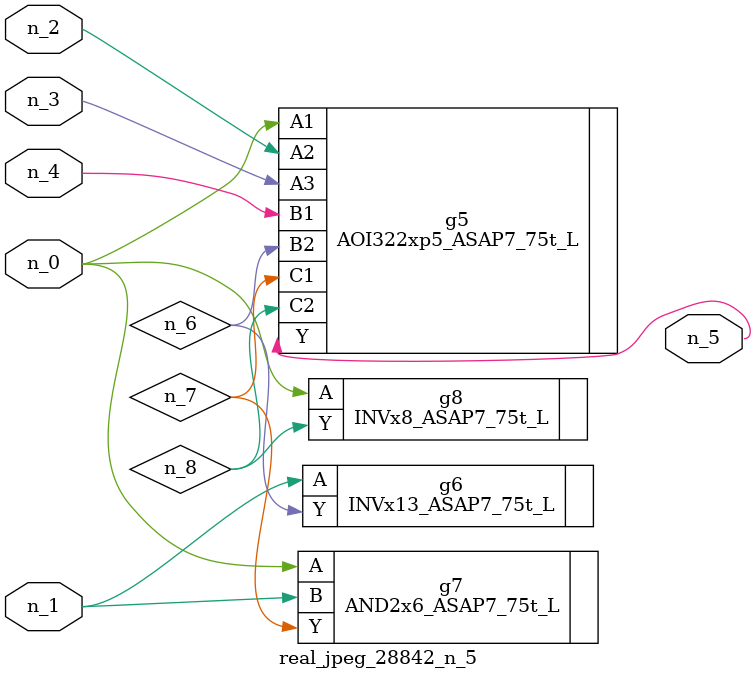
<source format=v>
module real_jpeg_28842_n_5 (n_4, n_0, n_1, n_2, n_3, n_5);

input n_4;
input n_0;
input n_1;
input n_2;
input n_3;

output n_5;

wire n_8;
wire n_6;
wire n_7;

AOI322xp5_ASAP7_75t_L g5 ( 
.A1(n_0),
.A2(n_2),
.A3(n_3),
.B1(n_4),
.B2(n_6),
.C1(n_7),
.C2(n_8),
.Y(n_5)
);

AND2x6_ASAP7_75t_L g7 ( 
.A(n_0),
.B(n_1),
.Y(n_7)
);

INVx8_ASAP7_75t_L g8 ( 
.A(n_0),
.Y(n_8)
);

INVx13_ASAP7_75t_L g6 ( 
.A(n_1),
.Y(n_6)
);


endmodule
</source>
